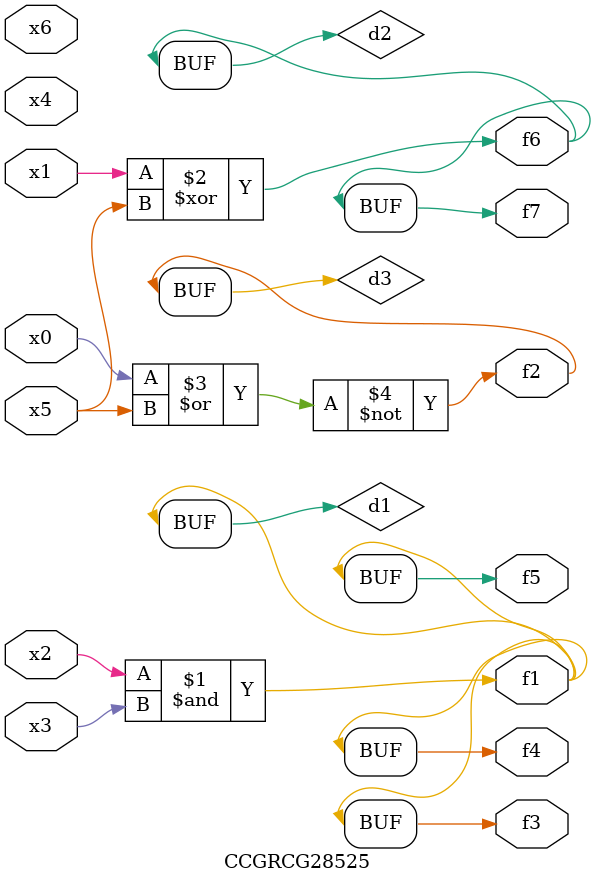
<source format=v>
module CCGRCG28525(
	input x0, x1, x2, x3, x4, x5, x6,
	output f1, f2, f3, f4, f5, f6, f7
);

	wire d1, d2, d3;

	and (d1, x2, x3);
	xor (d2, x1, x5);
	nor (d3, x0, x5);
	assign f1 = d1;
	assign f2 = d3;
	assign f3 = d1;
	assign f4 = d1;
	assign f5 = d1;
	assign f6 = d2;
	assign f7 = d2;
endmodule

</source>
